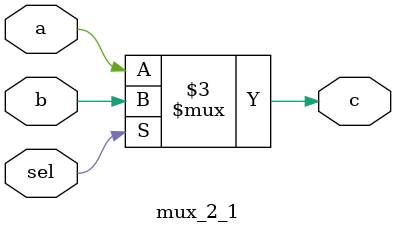
<source format=v>
module mux_2_1 (
    input sel,
    input  a,
    input  b,
    output c
);

    always @(a or b or sel) begin
        if (sel) begin
            c = b;  // If sel is high, output b
        end else begin
            c = a;  // If sel is low, output a
        end
    end

endmodule

</source>
